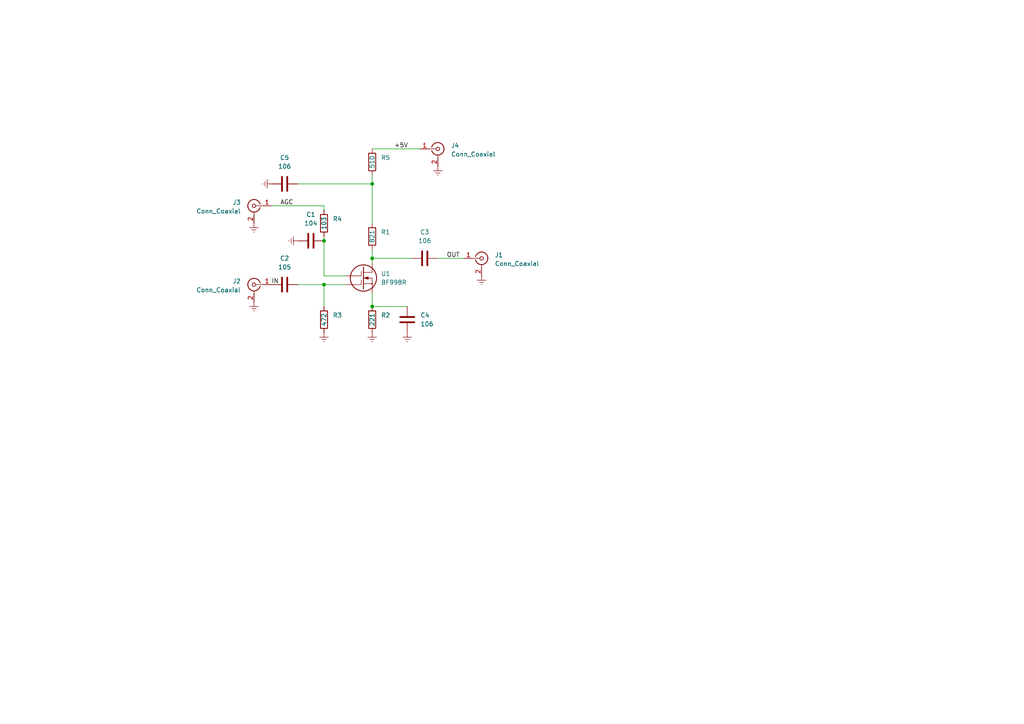
<source format=kicad_sch>
(kicad_sch (version 20230121) (generator eeschema)
  (paper "A4")
  (lib_symbols
    (symbol "Connector:Conn_Coaxial" (pin_names (offset 1.016) hide)
      (property "Reference" "J" (at 0.254 3.048 0))
      (property "Value" "Conn_Coaxial" (at 2.921 0 90))
      (symbol "Conn_Coaxial_0_1"
        (arc (start -1.778 -0.508) (mid 0.2311 -1.8066) (end 1.778 0) (stroke (width 0.254)))
        (polyline (pts (xy -2.54 0) (xy -0.508 0)))
        (polyline (pts (xy 0 -2.54) (xy 0 -1.778)))
        (circle (center 0 0) (radius 0.508) (stroke (width 0.2032)))
        (arc (start 1.778 0) (mid 0.2099 1.8101) (end -1.778 0.508) (stroke (width 0.254)))
      )
      (symbol "Conn_Coaxial_1_1"
        (pin passive line (at -5.08 0 0) (length 2.54) (name "In") (number "1"))
        (pin passive line (at 0 -5.08 90) (length 2.54) (name "Ext") (number "2"))
      )
    )
    (symbol "Device:C" (pin_numbers hide) (pin_names (offset 0.254))
      (property "Reference" "C" (at 0.635 2.54 0))
      (property "Value" "C" (at 0.635 -2.54 0))
      (symbol "C_0_1"
        (polyline (pts (xy -2.032 -0.762) (xy 2.032 -0.762)) (stroke (width 0.508)))
        (polyline (pts (xy -2.032 0.762) (xy 2.032 0.762)) (stroke (width 0.508)))
      )
      (symbol "C_1_1"
        (pin passive line (at 0 3.81 270) (length 2.794) (name "~") (number "1"))
        (pin passive line (at 0 -3.81 90) (length 2.794) (name "~") (number "2"))
      )
    )
    (symbol "Device:R" (pin_numbers hide) (pin_names (offset 0))
      (property "Reference" "R" (at 2.032 0 90))
      (property "Value" "R" (at 0 0 90))
      (symbol "R_0_1"
        (rectangle (start -1.016 -2.54) (end 1.016 2.54) (stroke (width 0.254)))
      )
      (symbol "R_1_1"
        (pin passive line (at 0 3.81 270) (length 1.27) (name "~") (number "1"))
        (pin passive line (at 0 -3.81 90) (length 1.27) (name "~") (number "2"))
      )
    )
    (symbol "PhilsLibrary:BF998R" (pin_numbers hide) (pin_names (offset 1.016) hide)
      (property "Reference" "U" (at 0 8.89 0))
      (property "Value" "BF998R" (at 0 8.89 0))
      (symbol "BF998R_0_1"
        (polyline (pts (xy 0 -1.016) (xy 2.54 -1.016)))
        (polyline (pts (xy 0 3.81) (xy 0 -2.54)) (stroke (width 0.254)))
        (polyline (pts (xy 2.54 -1.27) (xy 2.54 0)))
        (polyline (pts (xy 2.54 2.286) (xy 0 2.286)))
        (polyline (pts (xy 2.54 2.54) (xy 2.54 2.286)))
        (polyline (pts (xy -2.54 1.27) (xy -0.635 1.27) (xy -0.635 2.54)))
        (polyline (pts (xy -0.635 0) (xy -0.635 -1.27) (xy -2.54 -1.27)))
        (polyline (pts (xy 0 0.635) (xy 2.54 0.635) (xy 2.54 0)))
        (polyline (pts (xy 0.254 0.635) (xy 1.397 1.016) (xy 1.397 0.254) (xy 0.254 0.635)) (fill (type outline)))
        (circle (center 0 0.635) (radius 3.81) (stroke (width 0.254)))
        (circle (center 2.54 -1.016) (radius 0.127))
      )
      (symbol "BF998R_1_1"
        (pin passive line (at 2.54 -3.81 90) (length 2.54) (name "S") (number "1"))
        (pin passive line (at 2.54 5.08 270) (length 2.54) (name "D") (number "2"))
        (pin passive line (at -5.08 1.27 0) (length 2.54) (name "G2") (number "3"))
        (pin passive line (at -5.08 -1.27 0) (length 2.54) (name "G1") (number "4"))
      )
    )
    (symbol "power:Earth" (power) (pin_names (offset 0))
      (symbol "Earth_0_1"
        (polyline (pts (xy -0.635 -1.905) (xy 0.635 -1.905)))
        (polyline (pts (xy -0.127 -2.54) (xy 0.127 -2.54)))
        (polyline (pts (xy 0 -1.27) (xy 0 0)))
        (polyline (pts (xy 1.27 -1.27) (xy -1.27 -1.27)))
      )
      (symbol "Earth_1_1"
        (pin power_in line (at 0 0 270) (length 0) hide (name "Earth") (number "1"))
      )
    )
  )
  (junction (at 107.95 53.34))
  (junction (at 107.95 88.9))
  (junction (at 93.98 82.55))
  (junction (at 107.95 74.93))
  (junction (at 93.98 69.85))
  (wire (pts (xy 127 74.93) (xy 134.62 74.93)))
  (wire (pts (xy 100.33 80.01) (xy 93.98 80.01)))
  (wire (pts (xy 93.98 69.85) (xy 93.98 68.58)))
  (wire (pts (xy 107.95 85.09) (xy 107.95 88.9)))
  (wire (pts (xy 107.95 72.39) (xy 107.95 74.93)))
  (wire (pts (xy 107.95 74.93) (xy 119.38 74.93)))
  (wire (pts (xy 93.98 80.01) (xy 93.98 69.85)))
  (wire (pts (xy 107.95 88.9) (xy 118.11 88.9)))
  (wire (pts (xy 93.98 82.55) (xy 93.98 88.9)))
  (wire (pts (xy 86.36 53.34) (xy 107.95 53.34)))
  (wire (pts (xy 107.95 53.34) (xy 107.95 64.77)))
  (wire (pts (xy 107.95 50.8) (xy 107.95 53.34)))
  (wire (pts (xy 93.98 59.69) (xy 93.98 60.96)))
  (wire (pts (xy 107.95 43.18) (xy 121.92 43.18)))
  (wire (pts (xy 107.95 74.93) (xy 107.95 76.2)))
  (wire (pts (xy 93.98 82.55) (xy 100.33 82.55)))
  (wire (pts (xy 86.36 82.55) (xy 93.98 82.55)))
  (wire (pts (xy 78.74 59.69) (xy 93.98 59.69)))
  (label "AGC" (at 81.28 59.69 0))
  (label "IN" (at 78.74 82.55 0))
  (label "OUT" (at 129.54 74.93 0))
  (label "+5V" (at 114.3 43.18 0))
  (symbol (lib_id "PhilsLibrary:BF998R") (at 105.41 81.28 0) (unit 1)
    (property "Reference" "U1" (at 110.49 79.375 0) (effects (justify left)))
    (property "Value" "BF998R" (at 110.49 81.915 0) (effects (justify left)))
    (property "Footprint" "Package_TO_SOT_SMD:SOT-143R" (effects hide))
  )
  (symbol (lib_id "Device:R") (at 107.95 46.99 0) (unit 1)
    (property "Reference" "R5" (at 110.49 45.72 0) (effects (justify left)))
    (property "Value" "510" (at 107.95 46.99 90))
    (property "Footprint" "Resistor_SMD:R_0805_2012Metric" (effects hide))
  )
  (symbol (lib_id "Connector:Conn_Coaxial") (at 73.66 82.55 0) (mirror y) (unit 1)
    (property "Reference" "J2" (at 69.85 81.5732 0) (effects (justify left)))
    (property "Value" "Conn_Coaxial" (at 69.85 84.1132 0) (effects (justify left)))
    (property "Footprint" "Connector_Coaxial:U.FL_Hirose_U.FL-R-SMT-1_Vertical" (effects hide))
    (property "Datasheet" " ~" (effects hide))
  )
  (symbol (lib_id "Device:R") (at 93.98 64.77 0) (unit 1)
    (property "Reference" "R4" (at 96.52 63.5 0) (effects (justify left)))
    (property "Value" "103" (at 93.98 64.77 90))
    (property "Footprint" "Resistor_SMD:R_0805_2012Metric" (effects hide))
  )
  (symbol (lib_id "Connector:Conn_Coaxial") (at 139.7 74.93 0) (unit 1)
    (property "Reference" "J1" (at 143.51 73.9532 0) (effects (justify left)))
    (property "Value" "Conn_Coaxial" (at 143.51 76.4932 0) (effects (justify left)))
    (property "Footprint" "Connector_Coaxial:U.FL_Hirose_U.FL-R-SMT-1_Vertical" (effects hide))
    (property "Datasheet" " ~" (effects hide))
  )
  (symbol (lib_id "Device:C") (at 123.19 74.93 90) (unit 1)
    (property "Reference" "C3" (at 123.19 67.31 90))
    (property "Value" "106" (at 123.19 69.85 90))
    (property "Footprint" "Capacitor_SMD:C_0805_2012Metric" (effects hide))
  )
  (symbol (lib_id "power:Earth") (at 118.11 96.52 0) (unit 1)
    (property "Reference" "#PWR02" (effects hide))
    (property "Value" "Earth" (effects hide))
  )
  (symbol (lib_id "Device:C") (at 118.11 92.71 180) (unit 1)
    (property "Reference" "C4" (at 121.92 91.44 0) (effects (justify right)))
    (property "Value" "106" (at 121.92 93.98 0) (effects (justify right)))
    (property "Footprint" "Capacitor_SMD:C_0805_2012Metric" (effects hide))
  )
  (symbol (lib_id "Device:C") (at 90.17 69.85 90) (unit 1)
    (property "Reference" "C1" (at 90.17 62.23 90))
    (property "Value" "104" (at 90.17 64.77 90))
    (property "Footprint" "Capacitor_SMD:C_0805_2012Metric" (effects hide))
  )
  (symbol (lib_id "power:Earth") (at 78.74 53.34 270) (unit 1)
    (property "Reference" "#PWR05" (effects hide))
    (property "Value" "Earth" (effects hide))
  )
  (symbol (lib_id "Device:R") (at 93.98 92.71 0) (unit 1)
    (property "Reference" "R3" (at 96.52 91.44 0) (effects (justify left)))
    (property "Value" "472" (at 93.98 92.71 90))
    (property "Footprint" "Resistor_SMD:R_0805_2012Metric" (effects hide))
  )
  (symbol (lib_id "power:Earth") (at 139.7 80.01 0) (mirror y) (unit 1)
    (property "Reference" "#PWR07" (effects hide))
    (property "Value" "Earth" (effects hide))
  )
  (symbol (lib_id "Device:C") (at 82.55 82.55 90) (unit 1)
    (property "Reference" "C2" (at 82.55 74.93 90))
    (property "Value" "105" (at 82.55 77.47 90))
    (property "Footprint" "Capacitor_SMD:C_0805_2012Metric" (effects hide))
  )
  (symbol (lib_id "Device:R") (at 107.95 92.71 0) (unit 1)
    (property "Reference" "R2" (at 110.49 91.44 0) (effects (justify left)))
    (property "Value" "221" (at 107.95 92.71 90))
    (property "Footprint" "Resistor_SMD:R_0805_2012Metric" (effects hide))
  )
  (symbol (lib_id "Connector:Conn_Coaxial") (at 73.66 59.69 0) (mirror y) (unit 1)
    (property "Reference" "J3" (at 69.85 58.7132 0) (effects (justify left)))
    (property "Value" "Conn_Coaxial" (at 69.85 61.2532 0) (effects (justify left)))
    (property "Footprint" "Connector_Coaxial:U.FL_Hirose_U.FL-R-SMT-1_Vertical" (effects hide))
    (property "Datasheet" " ~" (effects hide))
  )
  (symbol (lib_id "Device:C") (at 82.55 53.34 90) (unit 1)
    (property "Reference" "C5" (at 82.55 45.72 90))
    (property "Value" "106" (at 82.55 48.26 90))
    (property "Footprint" "Capacitor_SMD:C_0805_2012Metric" (effects hide))
  )
  (symbol (lib_id "power:Earth") (at 127 48.26 0) (mirror y) (unit 1)
    (property "Reference" "#PWR08" (effects hide))
    (property "Value" "Earth" (effects hide))
  )
  (symbol (lib_id "power:Earth") (at 73.66 87.63 0) (mirror y) (unit 1)
    (property "Reference" "#PWR06" (effects hide))
    (property "Value" "Earth" (effects hide))
  )
  (symbol (lib_id "Device:R") (at 107.95 68.58 0) (unit 1)
    (property "Reference" "R1" (at 110.49 67.31 0) (effects (justify left)))
    (property "Value" "821" (at 107.95 68.58 90))
    (property "Footprint" "Resistor_SMD:R_0805_2012Metric" (effects hide))
  )
  (symbol (lib_id "Connector:Conn_Coaxial") (at 127 43.18 0) (unit 1)
    (property "Reference" "J4" (at 130.81 42.2032 0) (effects (justify left)))
    (property "Value" "Conn_Coaxial" (at 130.81 44.7432 0) (effects (justify left)))
    (property "Footprint" "Connector_Coaxial:U.FL_Hirose_U.FL-R-SMT-1_Vertical" (effects hide))
    (property "Datasheet" " ~" (effects hide))
  )
  (symbol (lib_id "power:Earth") (at 86.36 69.85 270) (mirror x) (unit 1)
    (property "Reference" "#PWR04" (effects hide))
    (property "Value" "Earth" (effects hide))
  )
  (symbol (lib_id "power:Earth") (at 107.95 96.52 0) (unit 1)
    (property "Reference" "#PWR01" (effects hide))
    (property "Value" "Earth" (effects hide))
  )
  (symbol (lib_id "power:Earth") (at 73.66 64.77 0) (mirror y) (unit 1)
    (property "Reference" "#PWR09" (effects hide))
    (property "Value" "Earth" (effects hide))
  )
  (symbol (lib_id "power:Earth") (at 93.98 96.52 0) (unit 1)
    (property "Reference" "#PWR03" (effects hide))
    (property "Value" "Earth" (effects hide))
  )
)
</source>
